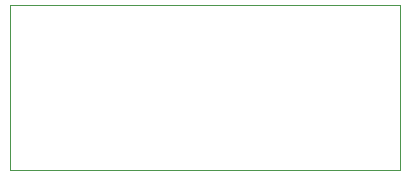
<source format=gbr>
G04 #@! TF.GenerationSoftware,KiCad,Pcbnew,5.1.5+dfsg1-2build2*
G04 #@! TF.CreationDate,2022-04-06T15:29:18-04:00*
G04 #@! TF.ProjectId,elpixel,656c7069-7865-46c2-9e6b-696361645f70,rev?*
G04 #@! TF.SameCoordinates,Original*
G04 #@! TF.FileFunction,Profile,NP*
%FSLAX46Y46*%
G04 Gerber Fmt 4.6, Leading zero omitted, Abs format (unit mm)*
G04 Created by KiCad (PCBNEW 5.1.5+dfsg1-2build2) date 2022-04-06 15:29:18*
%MOMM*%
%LPD*%
G04 APERTURE LIST*
%ADD10C,0.050000*%
G04 APERTURE END LIST*
D10*
X134620000Y-106680000D02*
X167640000Y-106680000D01*
X134620000Y-92710000D02*
X134620000Y-106680000D01*
X167640000Y-92710000D02*
X134620000Y-92710000D01*
X167640000Y-106680000D02*
X167640000Y-92710000D01*
M02*

</source>
